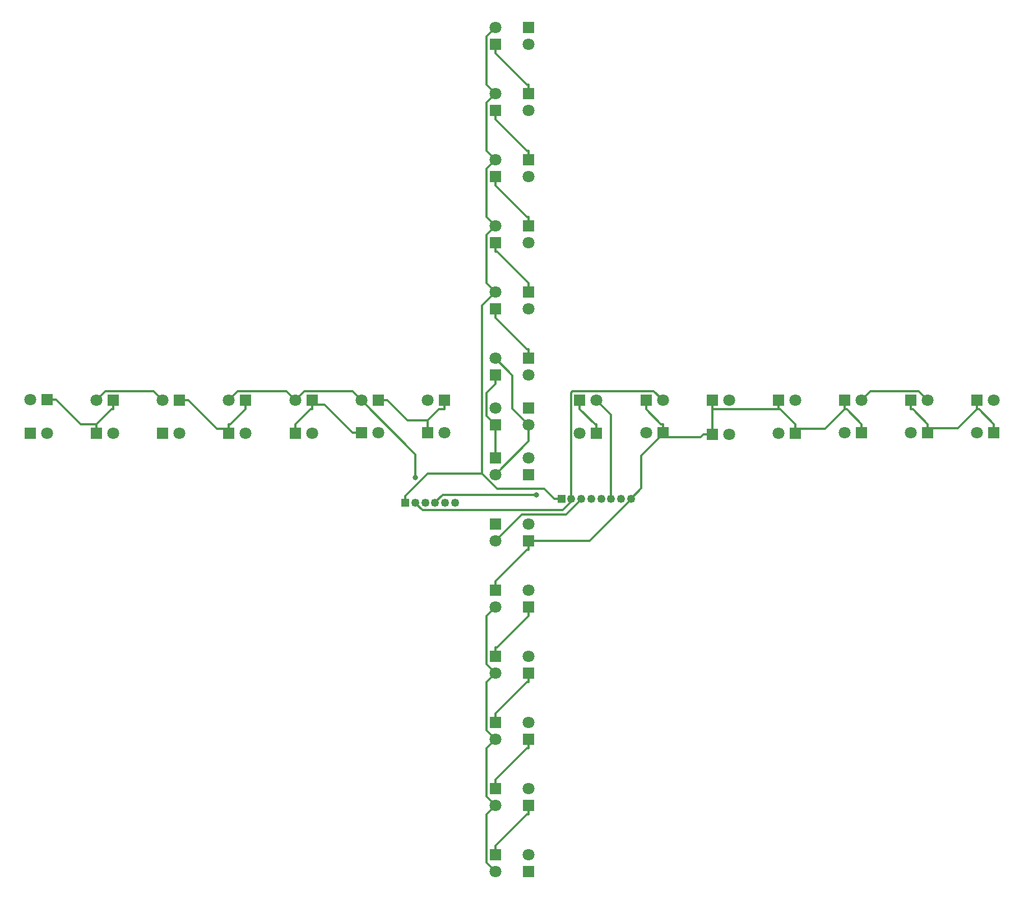
<source format=gbl>
G04 #@! TF.GenerationSoftware,KiCad,Pcbnew,(6.0.1)*
G04 #@! TF.CreationDate,2022-02-25T16:08:36+09:00*
G04 #@! TF.ProjectId,line_senser20220225,6c696e65-5f73-4656-9e73-657232303232,rev?*
G04 #@! TF.SameCoordinates,PX17d7840PYb06e040*
G04 #@! TF.FileFunction,Copper,L2,Bot*
G04 #@! TF.FilePolarity,Positive*
%FSLAX46Y46*%
G04 Gerber Fmt 4.6, Leading zero omitted, Abs format (unit mm)*
G04 Created by KiCad (PCBNEW (6.0.1)) date 2022-02-25 16:08:36*
%MOMM*%
%LPD*%
G01*
G04 APERTURE LIST*
G04 #@! TA.AperFunction,ComponentPad*
%ADD10R,1.250000X1.250000*%
G04 #@! TD*
G04 #@! TA.AperFunction,ComponentPad*
%ADD11C,1.250000*%
G04 #@! TD*
G04 #@! TA.AperFunction,ComponentPad*
%ADD12R,1.251000X1.251000*%
G04 #@! TD*
G04 #@! TA.AperFunction,ComponentPad*
%ADD13C,1.251000*%
G04 #@! TD*
G04 #@! TA.AperFunction,ComponentPad*
%ADD14R,1.800000X1.800000*%
G04 #@! TD*
G04 #@! TA.AperFunction,ComponentPad*
%ADD15C,1.800000*%
G04 #@! TD*
G04 #@! TA.AperFunction,ViaPad*
%ADD16C,0.800000*%
G04 #@! TD*
G04 #@! TA.AperFunction,Conductor*
%ADD17C,0.300000*%
G04 #@! TD*
G04 APERTURE END LIST*
D10*
X87460000Y62535000D03*
D11*
X88960000Y62535000D03*
X90460000Y62535000D03*
X91960000Y62535000D03*
X93460000Y62535000D03*
X94960000Y62535000D03*
X96460000Y62535000D03*
X97960000Y62535000D03*
D12*
X63885000Y61925000D03*
D13*
X65385000Y61925000D03*
X66885000Y61925000D03*
X68385000Y61925000D03*
X69885000Y61925000D03*
X71385000Y61925000D03*
D14*
X77500000Y73730000D03*
D15*
X77500000Y76270000D03*
D14*
X82500000Y83770000D03*
D15*
X82500000Y81230000D03*
D14*
X82500000Y133770000D03*
D15*
X82500000Y131230000D03*
D14*
X82500000Y56230000D03*
D15*
X82500000Y58770000D03*
D14*
X67230000Y72500000D03*
D15*
X69770000Y72500000D03*
D14*
X57230000Y72500000D03*
D15*
X59770000Y72500000D03*
D14*
X82500000Y103770000D03*
D15*
X82500000Y101230000D03*
D14*
X82500000Y113770000D03*
D15*
X82500000Y111230000D03*
D14*
X82500000Y123770000D03*
D15*
X82500000Y121230000D03*
D14*
X82500000Y46230000D03*
D15*
X82500000Y48770000D03*
D14*
X82500000Y36230000D03*
D15*
X82500000Y38770000D03*
D14*
X82500000Y26230000D03*
D15*
X82500000Y28770000D03*
D14*
X82500000Y16230000D03*
D15*
X82500000Y18770000D03*
D14*
X82500000Y6230000D03*
D15*
X82500000Y8770000D03*
D14*
X37230000Y72426000D03*
D15*
X39770000Y72426000D03*
D14*
X27230000Y72426000D03*
D15*
X29770000Y72426000D03*
D14*
X17230000Y72426000D03*
D15*
X19770000Y72426000D03*
D14*
X82500000Y76270000D03*
D15*
X82500000Y73730000D03*
D14*
X77500000Y81230000D03*
D15*
X77500000Y83770000D03*
D14*
X77500000Y131230000D03*
D15*
X77500000Y133770000D03*
D14*
X90230000Y77426000D03*
D15*
X92770000Y77426000D03*
D14*
X100230000Y77426000D03*
D15*
X102770000Y77426000D03*
D14*
X69770000Y77426000D03*
D15*
X67230000Y77426000D03*
D14*
X59770000Y77426000D03*
D15*
X57230000Y77426000D03*
D14*
X77500000Y101230000D03*
D15*
X77500000Y103770000D03*
D14*
X77500000Y111230000D03*
D15*
X77500000Y113770000D03*
D14*
X77500000Y121230000D03*
D15*
X77500000Y123770000D03*
D14*
X77500000Y18770000D03*
D15*
X77500000Y16230000D03*
D14*
X77500000Y8770000D03*
D15*
X77500000Y6230000D03*
D14*
X49770000Y77426000D03*
D15*
X47230000Y77426000D03*
D14*
X39770000Y77426000D03*
D15*
X37230000Y77426000D03*
D14*
X29770000Y77426000D03*
D15*
X27230000Y77426000D03*
D14*
X19770000Y77426000D03*
D15*
X17230000Y77426000D03*
D14*
X9770000Y77500000D03*
D15*
X7230000Y77500000D03*
D14*
X110230000Y77426000D03*
D15*
X112770000Y77426000D03*
D14*
X120230000Y77426000D03*
D15*
X122770000Y77426000D03*
D14*
X130230000Y77426000D03*
D15*
X132770000Y77426000D03*
D14*
X140230000Y77426000D03*
D15*
X142770000Y77426000D03*
D14*
X150230000Y77426000D03*
D15*
X152770000Y77426000D03*
D14*
X82500000Y93770000D03*
D15*
X82500000Y91230000D03*
D14*
X77500000Y91230000D03*
D15*
X77500000Y93770000D03*
D14*
X110230000Y72250000D03*
D15*
X112770000Y72250000D03*
D14*
X7230000Y72426000D03*
D15*
X9770000Y72426000D03*
D14*
X47230000Y72426000D03*
D15*
X49770000Y72426000D03*
D14*
X152770000Y72500000D03*
D15*
X150230000Y72500000D03*
D14*
X142770000Y72500000D03*
D15*
X140230000Y72500000D03*
D14*
X132770000Y72500000D03*
D15*
X130230000Y72500000D03*
D14*
X122770000Y72426000D03*
D15*
X120230000Y72426000D03*
D14*
X102770000Y72500000D03*
D15*
X100230000Y72500000D03*
D14*
X92770000Y72426000D03*
D15*
X90230000Y72426000D03*
D14*
X82500000Y66230000D03*
D15*
X82500000Y68770000D03*
D14*
X77500000Y58770000D03*
D15*
X77500000Y56230000D03*
D14*
X77500000Y48770000D03*
D15*
X77500000Y46230000D03*
D14*
X77500000Y28770000D03*
D15*
X77500000Y26230000D03*
D14*
X77500000Y68770000D03*
D15*
X77500000Y66230000D03*
D14*
X77500000Y38770000D03*
D15*
X77500000Y36230000D03*
D16*
X83694400Y63157400D03*
X65413100Y65762500D03*
D17*
X35445100Y73101200D02*
X31120300Y77426000D01*
X39770000Y76075700D02*
X37470600Y73776300D01*
X102770000Y72500000D02*
X102770000Y71824900D01*
X122770000Y73101200D02*
X122770000Y73776300D01*
X76149700Y75080300D02*
X77500000Y73730000D01*
X82259400Y24879700D02*
X82500000Y24879700D01*
X37230000Y73101200D02*
X35445100Y73101200D01*
X9770000Y77500000D02*
X11120300Y77500000D01*
X77740600Y99879700D02*
X77500000Y99879700D01*
X82259400Y115120300D02*
X82500000Y115120300D01*
X77500000Y48770000D02*
X77500000Y50120300D01*
X11120300Y77500000D02*
X14844000Y73776300D01*
X37230000Y73101200D02*
X37230000Y73776300D01*
X68932700Y76075700D02*
X67230000Y74373000D01*
X77500000Y89879700D02*
X82259400Y85120300D01*
X57230000Y72500000D02*
X55879700Y72500000D01*
X82259400Y125120300D02*
X82500000Y125120300D01*
X77500000Y129879700D02*
X82259400Y125120300D01*
X77500000Y79879700D02*
X76149700Y78529400D01*
X77500000Y111230000D02*
X77500000Y109879700D01*
X49770000Y76750900D02*
X49770000Y76075700D01*
X77500000Y109879700D02*
X82259400Y105120300D01*
X97960000Y62535000D02*
X97960000Y62436300D01*
X49770000Y77426000D02*
X49770000Y76750900D01*
X110230000Y72250000D02*
X108879700Y72250000D01*
X110230000Y77426000D02*
X110230000Y76075700D01*
X120470600Y76075700D02*
X120230000Y76075700D01*
X49770000Y76075700D02*
X49529400Y76075700D01*
X92529400Y73776300D02*
X92770000Y73776300D01*
X99539600Y69080500D02*
X99539600Y64114600D01*
X77500000Y38770000D02*
X77500000Y40120300D01*
X102770000Y71824900D02*
X102284000Y71824900D01*
X37230000Y72426000D02*
X37230000Y73101200D01*
X132770000Y72500000D02*
X132770000Y73850300D01*
X152770000Y72500000D02*
X152770000Y73850300D01*
X92770000Y72426000D02*
X92770000Y73776300D01*
X77500000Y20120300D02*
X82259400Y24879700D01*
X77500000Y8770000D02*
X77500000Y10120300D01*
X140544600Y76075700D02*
X140230000Y76075700D01*
X140230000Y77426000D02*
X140230000Y76075700D01*
X49770000Y76750900D02*
X51628800Y76750900D01*
X82259400Y14879700D02*
X82500000Y14879700D01*
X77500000Y18770000D02*
X77500000Y20120300D01*
X150544600Y76075700D02*
X150230000Y76075700D01*
X82500000Y103770000D02*
X82500000Y105120300D01*
X19770000Y77426000D02*
X19770000Y76075700D01*
X152770000Y73850300D02*
X150544600Y76075700D01*
X69770000Y77426000D02*
X69770000Y76075700D01*
X130230000Y77426000D02*
X130230000Y76075700D01*
X82500000Y83770000D02*
X82500000Y85120300D01*
X77740600Y40120300D02*
X77500000Y40120300D01*
X82500000Y95120300D02*
X77740600Y99879700D01*
X47230000Y72426000D02*
X47230000Y73776300D01*
X110230000Y76075700D02*
X120230000Y76075700D01*
X76149700Y78529400D02*
X76149700Y75080300D01*
X77500000Y81230000D02*
X77500000Y79879700D01*
X91753700Y56230000D02*
X82500000Y56230000D01*
X99539600Y64114600D02*
X97960000Y62535000D01*
X142770000Y72500000D02*
X142770000Y73175200D01*
X82500000Y113770000D02*
X82500000Y115120300D01*
X142770000Y73175200D02*
X142770000Y73850300D01*
X142770000Y73850300D02*
X140544600Y76075700D01*
X14844000Y73776300D02*
X17230000Y73776300D01*
X64173300Y74373000D02*
X61120300Y77426000D01*
X110230000Y76075700D02*
X110230000Y72250000D01*
X77500000Y30120300D02*
X82259400Y34879700D01*
X67230000Y73850300D02*
X67230000Y74373000D01*
X82500000Y46230000D02*
X82500000Y44879700D01*
X122770000Y72426000D02*
X122770000Y73101200D01*
X147329500Y73175200D02*
X150230000Y76075700D01*
X142770000Y73175200D02*
X147329500Y73175200D01*
X59770000Y77426000D02*
X61120300Y77426000D01*
X82500000Y123770000D02*
X82500000Y125120300D01*
X122770000Y73101200D02*
X127255500Y73101200D01*
X100230000Y76075700D02*
X102455400Y73850300D01*
X39770000Y77426000D02*
X39770000Y76075700D01*
X19770000Y76075700D02*
X19529400Y76075700D01*
X82500000Y36230000D02*
X82500000Y34879700D01*
X67230000Y72500000D02*
X67230000Y73850300D01*
X77500000Y121230000D02*
X77500000Y119879700D01*
X29770000Y77426000D02*
X31120300Y77426000D01*
X102770000Y72500000D02*
X102770000Y73850300D01*
X82259400Y34879700D02*
X82500000Y34879700D01*
X82259400Y105120300D02*
X82500000Y105120300D01*
X90230000Y77426000D02*
X90230000Y76075700D01*
X49529400Y76075700D02*
X47230000Y73776300D01*
X77500000Y28770000D02*
X77500000Y30120300D01*
X82500000Y16230000D02*
X82500000Y14879700D01*
X122770000Y73776300D02*
X120470600Y76075700D01*
X77500000Y131230000D02*
X77500000Y129879700D01*
X120230000Y77426000D02*
X120230000Y76075700D01*
X82500000Y44879700D02*
X77740600Y40120300D01*
X82500000Y93770000D02*
X82500000Y95120300D01*
X97960000Y62436300D02*
X91753700Y56230000D01*
X51628800Y76750900D02*
X55879700Y72500000D01*
X37470600Y73776300D02*
X37230000Y73776300D01*
X77500000Y68770000D02*
X77500000Y73730000D01*
X77500000Y91230000D02*
X77500000Y89879700D01*
X108454600Y71824900D02*
X102770000Y71824900D01*
X130544600Y76075700D02*
X130230000Y76075700D01*
X77500000Y50120300D02*
X82259400Y54879700D01*
X82259400Y54879700D02*
X82500000Y54879700D01*
X82500000Y56230000D02*
X82500000Y54879700D01*
X100230000Y77426000D02*
X100230000Y76075700D01*
X67230000Y74373000D02*
X64173300Y74373000D01*
X69770000Y76075700D02*
X68932700Y76075700D01*
X150230000Y77426000D02*
X150230000Y76075700D01*
X19529400Y76075700D02*
X17230000Y73776300D01*
X17230000Y72426000D02*
X17230000Y73776300D01*
X90230000Y76075700D02*
X92529400Y73776300D01*
X77500000Y119879700D02*
X82259400Y115120300D01*
X82500000Y26230000D02*
X82500000Y24879700D01*
X82259400Y85120300D02*
X82500000Y85120300D01*
X77500000Y10120300D02*
X82259400Y14879700D01*
X127255500Y73101200D02*
X130230000Y76075700D01*
X102455400Y73850300D02*
X102770000Y73850300D01*
X132770000Y73850300D02*
X130544600Y76075700D01*
X108879700Y72250000D02*
X108454600Y71824900D01*
X77500000Y101230000D02*
X77500000Y99879700D01*
X102284000Y71824900D02*
X99539600Y69080500D01*
X82500000Y71230000D02*
X82500000Y73730000D01*
X92770000Y77426000D02*
X94960000Y75236000D01*
X77500000Y66230000D02*
X82500000Y71230000D01*
X82500000Y73730000D02*
X80054900Y76175100D01*
X80054900Y76175100D02*
X80054900Y81215100D01*
X80054900Y81215100D02*
X77500000Y83770000D01*
X94960000Y75236000D02*
X94960000Y62535000D01*
X55879600Y78776400D02*
X57230000Y77426000D01*
X27230000Y77426000D02*
X25879600Y78776400D01*
X18580400Y78776400D02*
X17230000Y77426000D01*
X25879600Y78776400D02*
X18580400Y78776400D01*
X38580400Y78776400D02*
X37230000Y77426000D01*
X47230000Y77426000D02*
X48580400Y78776400D01*
X48580400Y78776400D02*
X55879600Y78776400D01*
X57230000Y77426000D02*
X65413100Y69242900D01*
X68385000Y61925000D02*
X68385000Y62026600D01*
X68385000Y62026600D02*
X69515800Y63157400D01*
X69515800Y63157400D02*
X83694400Y63157400D01*
X45879600Y78776400D02*
X38580400Y78776400D01*
X65413100Y69242900D02*
X65413100Y65762500D01*
X47230000Y77426000D02*
X45879600Y78776400D01*
X76149600Y27580400D02*
X76149600Y34879600D01*
X77500000Y26230000D02*
X76149600Y24879600D01*
X81428200Y60158200D02*
X88157600Y60158200D01*
X90460000Y62460600D02*
X90460000Y62535000D01*
X77500000Y26230000D02*
X76149600Y27580400D01*
X76149600Y34879600D02*
X77500000Y36230000D01*
X76149600Y17580400D02*
X77500000Y16230000D01*
X77500000Y6230000D02*
X76149600Y7580400D01*
X77500000Y36230000D02*
X76149600Y37580400D01*
X76149600Y37580400D02*
X76149600Y44879600D01*
X88157600Y60158200D02*
X90460000Y62460600D01*
X76149600Y24879600D02*
X76149600Y17580400D01*
X76149600Y14879600D02*
X77500000Y16230000D01*
X77500000Y56230000D02*
X81428200Y60158200D01*
X76149600Y7580400D02*
X76149600Y14879600D01*
X76149600Y44879600D02*
X77500000Y46230000D01*
X88879600Y78587100D02*
X89111900Y78819400D01*
X65385000Y61925000D02*
X65385000Y61903500D01*
X142770000Y77426000D02*
X141419600Y78776400D01*
X88960000Y62535000D02*
X88879600Y62615400D01*
X141419600Y78776400D02*
X134120400Y78776400D01*
X66450500Y60838000D02*
X87658800Y60838000D01*
X88960000Y62139200D02*
X88960000Y62535000D01*
X88879600Y62615400D02*
X88879600Y78587100D01*
X101376600Y78819400D02*
X102770000Y77426000D01*
X134120400Y78776400D02*
X132770000Y77426000D01*
X87658800Y60838000D02*
X88960000Y62139200D01*
X65385000Y61903500D02*
X66450500Y60838000D01*
X89111900Y78819400D02*
X101376600Y78819400D01*
X63885000Y61925000D02*
X63885000Y63000800D01*
X75460400Y91730400D02*
X77500000Y93770000D01*
X76149600Y122419600D02*
X77500000Y123770000D01*
X76149600Y105120400D02*
X77500000Y103770000D01*
X76149600Y125120400D02*
X76149600Y132419600D01*
X75460400Y66359500D02*
X75460400Y91730400D01*
X76149600Y112419600D02*
X76149600Y105120400D01*
X77500000Y123770000D02*
X76149600Y125120400D01*
X77500000Y103770000D02*
X76149600Y102419600D01*
X67243700Y66359500D02*
X75460400Y66359500D01*
X86384700Y62535000D02*
X84887100Y64032600D01*
X77787300Y64032600D02*
X75460400Y66359500D01*
X76149600Y115120400D02*
X76149600Y122419600D01*
X76149600Y102419600D02*
X76149600Y95120400D01*
X63885000Y63000800D02*
X67243700Y66359500D01*
X77500000Y113770000D02*
X76149600Y115120400D01*
X77500000Y113770000D02*
X76149600Y112419600D01*
X87460000Y62535000D02*
X86384700Y62535000D01*
X76149600Y132419600D02*
X77500000Y133770000D01*
X84887100Y64032600D02*
X77787300Y64032600D01*
X76149600Y95120400D02*
X77500000Y93770000D01*
M02*

</source>
